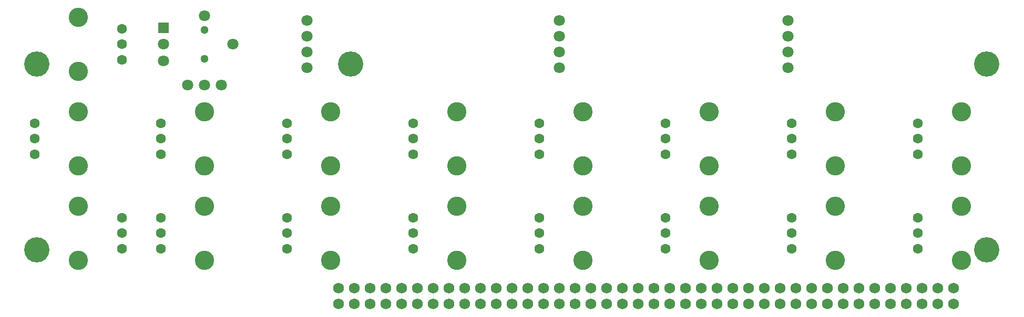
<source format=gbr>
G04 #@! TF.FileFunction,Soldermask,Bot*
%FSLAX46Y46*%
G04 Gerber Fmt 4.6, Leading zero omitted, Abs format (unit mm)*
G04 Created by KiCad (PCBNEW 4.0.4-stable) date 05/18/17 20:07:39*
%MOMM*%
%LPD*%
G01*
G04 APERTURE LIST*
%ADD10C,0.100000*%
%ADD11C,4.064000*%
%ADD12C,3.100000*%
%ADD13C,1.600000*%
%ADD14R,1.800000X1.800000*%
%ADD15C,1.800000*%
%ADD16C,1.300000*%
%ADD17C,1.727200*%
G04 APERTURE END LIST*
D10*
D11*
X156500000Y40000000D03*
X156500000Y10000000D03*
D12*
X10160000Y38785800D03*
X10160000Y47574200D03*
D13*
X17170400Y40680000D03*
X17170400Y43180000D03*
X17170400Y45680000D03*
D11*
X3500000Y40000000D03*
D12*
X152400000Y17094200D03*
X152400000Y8305800D03*
D13*
X145389600Y15200000D03*
X145389600Y12700000D03*
X145389600Y10200000D03*
D12*
X132080000Y17094200D03*
X132080000Y8305800D03*
D13*
X125069600Y15200000D03*
X125069600Y12700000D03*
X125069600Y10200000D03*
D12*
X111760000Y17094200D03*
X111760000Y8305800D03*
D13*
X104749600Y15200000D03*
X104749600Y12700000D03*
X104749600Y10200000D03*
D12*
X91440000Y17094200D03*
X91440000Y8305800D03*
D13*
X84429600Y15200000D03*
X84429600Y12700000D03*
X84429600Y10200000D03*
D12*
X152400000Y32334200D03*
X152400000Y23545800D03*
D13*
X145389600Y30440000D03*
X145389600Y27940000D03*
X145389600Y25440000D03*
D12*
X132080000Y32334200D03*
X132080000Y23545800D03*
D13*
X125069600Y30440000D03*
X125069600Y27940000D03*
X125069600Y25440000D03*
D12*
X111760000Y32334200D03*
X111760000Y23545800D03*
D13*
X104749600Y30440000D03*
X104749600Y27940000D03*
X104749600Y25440000D03*
D12*
X91440000Y32334200D03*
X91440000Y23545800D03*
D13*
X84429600Y30440000D03*
X84429600Y27940000D03*
X84429600Y25440000D03*
D12*
X50800000Y17094200D03*
X50800000Y8305800D03*
D13*
X43789600Y15200000D03*
X43789600Y12700000D03*
X43789600Y10200000D03*
D12*
X30480000Y17094200D03*
X30480000Y8305800D03*
D13*
X23469600Y15200000D03*
X23469600Y12700000D03*
X23469600Y10200000D03*
D12*
X71120000Y32334200D03*
X71120000Y23545800D03*
D13*
X64109600Y30440000D03*
X64109600Y27940000D03*
X64109600Y25440000D03*
D12*
X50800000Y32334200D03*
X50800000Y23545800D03*
D13*
X43789600Y30440000D03*
X43789600Y27940000D03*
X43789600Y25440000D03*
D12*
X30480000Y32334200D03*
X30480000Y23545800D03*
D13*
X23469600Y30440000D03*
X23469600Y27940000D03*
X23469600Y25440000D03*
D12*
X10160000Y32334200D03*
X10160000Y23545800D03*
D13*
X3149600Y30440000D03*
X3149600Y27940000D03*
X3149600Y25440000D03*
D12*
X71120000Y17094200D03*
X71120000Y8305800D03*
D13*
X64109600Y15200000D03*
X64109600Y12700000D03*
X64109600Y10200000D03*
D12*
X10160000Y8305800D03*
X10160000Y17094200D03*
D13*
X17170400Y10200000D03*
X17170400Y12700000D03*
X17170400Y15200000D03*
D11*
X54000000Y40000000D03*
X3500000Y10000000D03*
D14*
X23880000Y45880000D03*
D15*
X23880000Y43180000D03*
X23880000Y40505000D03*
X27780000Y36580000D03*
X30480000Y36580000D03*
X33180000Y36580000D03*
X35080000Y43180000D03*
X30480000Y47780000D03*
D16*
X30480000Y40830000D03*
X30480000Y45530000D03*
D17*
X52070000Y1270000D03*
X54610000Y1270000D03*
X57150000Y1270000D03*
X59690000Y1270000D03*
X62230000Y1270000D03*
X64770000Y1270000D03*
X67310000Y1270000D03*
X69850000Y1270000D03*
X72390000Y1270000D03*
X74930000Y1270000D03*
X77470000Y1270000D03*
X80010000Y1270000D03*
X82550000Y1270000D03*
X85090000Y1270000D03*
X87630000Y1270000D03*
X90170000Y1270000D03*
X92710000Y1270000D03*
X95250000Y1270000D03*
X97790000Y1270000D03*
X100330000Y1270000D03*
X102870000Y1270000D03*
X105410000Y1270000D03*
X107950000Y1270000D03*
X110490000Y1270000D03*
X113030000Y1270000D03*
X115570000Y1270000D03*
X118110000Y1270000D03*
X120650000Y1270000D03*
X123190000Y1270000D03*
X125730000Y1270000D03*
X128270000Y1270000D03*
X130810000Y1270000D03*
X133350000Y1270000D03*
X135890000Y1270000D03*
X138430000Y1270000D03*
X140970000Y1270000D03*
X143510000Y1270000D03*
X146050000Y1270000D03*
X148590000Y1270000D03*
X151130000Y1270000D03*
X59690000Y1270000D03*
X52070000Y1270000D03*
X54610000Y1270000D03*
X57150000Y1270000D03*
X62230000Y1270000D03*
X72390000Y1270000D03*
X64770000Y1270000D03*
X67310000Y1270000D03*
X69850000Y1270000D03*
X74930000Y1270000D03*
X85090000Y1270000D03*
X77470000Y1270000D03*
X80010000Y1270000D03*
X82550000Y1270000D03*
X87630000Y1270000D03*
X97790000Y1270000D03*
X90170000Y1270000D03*
X92710000Y1270000D03*
X95250000Y1270000D03*
X100330000Y1270000D03*
X110490000Y1270000D03*
X102870000Y1270000D03*
X105410000Y1270000D03*
X107950000Y1270000D03*
X113030000Y1270000D03*
X123190000Y1270000D03*
X115570000Y1270000D03*
X118110000Y1270000D03*
X120650000Y1270000D03*
X125730000Y1270000D03*
X135890000Y1270000D03*
X128270000Y1270000D03*
X130810000Y1270000D03*
X133350000Y1270000D03*
X138430000Y1270000D03*
X148590000Y1270000D03*
X140970000Y1270000D03*
X143510000Y1270000D03*
X146050000Y1270000D03*
X151130000Y1270000D03*
X59690000Y1270000D03*
X52070000Y1270000D03*
X54610000Y1270000D03*
X57150000Y1270000D03*
X62230000Y1270000D03*
X72390000Y1270000D03*
X64770000Y1270000D03*
X67310000Y1270000D03*
X69850000Y1270000D03*
X74930000Y1270000D03*
X85090000Y1270000D03*
X77470000Y1270000D03*
X80010000Y1270000D03*
X82550000Y1270000D03*
X87630000Y1270000D03*
X97790000Y1270000D03*
X90170000Y1270000D03*
X92710000Y1270000D03*
X95250000Y1270000D03*
X100330000Y1270000D03*
X110490000Y1270000D03*
X102870000Y1270000D03*
X105410000Y1270000D03*
X107950000Y1270000D03*
X113030000Y1270000D03*
X123190000Y1270000D03*
X115570000Y1270000D03*
X118110000Y1270000D03*
X120650000Y1270000D03*
X125730000Y1270000D03*
X135890000Y1270000D03*
X128270000Y1270000D03*
X130810000Y1270000D03*
X133350000Y1270000D03*
X138430000Y1270000D03*
X148590000Y1270000D03*
X140970000Y1270000D03*
X143510000Y1270000D03*
X146050000Y1270000D03*
X151130000Y1270000D03*
X133350000Y3810000D03*
X133350000Y3810000D03*
X135890000Y3810000D03*
X135890000Y3810000D03*
X133350000Y3810000D03*
X146050000Y3810000D03*
X146050000Y3810000D03*
X148590000Y3810000D03*
X148590000Y3810000D03*
X146050000Y3810000D03*
X128270000Y3810000D03*
X128270000Y3810000D03*
X130810000Y3810000D03*
X128270000Y3810000D03*
X130810000Y3810000D03*
X130810000Y3810000D03*
X140970000Y3810000D03*
X140970000Y3810000D03*
X143510000Y3810000D03*
X140970000Y3810000D03*
X143510000Y3810000D03*
X143510000Y3810000D03*
X135890000Y3810000D03*
X138430000Y3810000D03*
X138430000Y3810000D03*
X138430000Y3810000D03*
X148590000Y3810000D03*
X151130000Y3810000D03*
X151130000Y3810000D03*
X151130000Y3810000D03*
X82550000Y3810000D03*
X82550000Y3810000D03*
X85090000Y3810000D03*
X85090000Y3810000D03*
X82550000Y3810000D03*
X95250000Y3810000D03*
X95250000Y3810000D03*
X97790000Y3810000D03*
X97790000Y3810000D03*
X95250000Y3810000D03*
X77470000Y3810000D03*
X77470000Y3810000D03*
X80010000Y3810000D03*
X77470000Y3810000D03*
X80010000Y3810000D03*
X80010000Y3810000D03*
X90170000Y3810000D03*
X90170000Y3810000D03*
X92710000Y3810000D03*
X90170000Y3810000D03*
X92710000Y3810000D03*
X92710000Y3810000D03*
X85090000Y3810000D03*
X87630000Y3810000D03*
X87630000Y3810000D03*
X87630000Y3810000D03*
X97790000Y3810000D03*
X100330000Y3810000D03*
X100330000Y3810000D03*
X100330000Y3810000D03*
X57150000Y3810000D03*
X57150000Y3810000D03*
X59690000Y3810000D03*
X59690000Y3810000D03*
X57150000Y3810000D03*
X69850000Y3810000D03*
X69850000Y3810000D03*
X72390000Y3810000D03*
X72390000Y3810000D03*
X69850000Y3810000D03*
X52070000Y3810000D03*
X52070000Y3810000D03*
X54610000Y3810000D03*
X52070000Y3810000D03*
X54610000Y3810000D03*
X54610000Y3810000D03*
X64770000Y3810000D03*
X64770000Y3810000D03*
X67310000Y3810000D03*
X64770000Y3810000D03*
X67310000Y3810000D03*
X67310000Y3810000D03*
X59690000Y3810000D03*
X62230000Y3810000D03*
X62230000Y3810000D03*
X62230000Y3810000D03*
X72390000Y3810000D03*
X74930000Y3810000D03*
X74930000Y3810000D03*
X74930000Y3810000D03*
X107950000Y3810000D03*
X107950000Y3810000D03*
X110490000Y3810000D03*
X110490000Y3810000D03*
X107950000Y3810000D03*
X120650000Y3810000D03*
X120650000Y3810000D03*
X123190000Y3810000D03*
X123190000Y3810000D03*
X120650000Y3810000D03*
X102870000Y3810000D03*
X102870000Y3810000D03*
X105410000Y3810000D03*
X102870000Y3810000D03*
X105410000Y3810000D03*
X105410000Y3810000D03*
X115570000Y3810000D03*
X115570000Y3810000D03*
X118110000Y3810000D03*
X115570000Y3810000D03*
X118110000Y3810000D03*
X118110000Y3810000D03*
X110490000Y3810000D03*
X113030000Y3810000D03*
X113030000Y3810000D03*
X113030000Y3810000D03*
X123190000Y3810000D03*
X125730000Y3810000D03*
X125730000Y3810000D03*
X125730000Y3810000D03*
D15*
X46990000Y46990000D03*
X46990000Y44450000D03*
X46990000Y41910000D03*
X46990000Y39370000D03*
X87630000Y46990000D03*
X87630000Y44450000D03*
X87630000Y41910000D03*
X87630000Y39370000D03*
X124460000Y46990000D03*
X124460000Y44450000D03*
X124460000Y41910000D03*
X124460000Y39370000D03*
M02*

</source>
